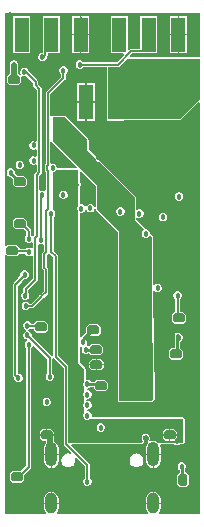
<source format=gbl>
G04*
G04 #@! TF.GenerationSoftware,Altium Limited,Altium Designer,24.6.1 (21)*
G04*
G04 Layer_Physical_Order=4*
G04 Layer_Color=16711680*
%FSLAX25Y25*%
%MOIN*%
G70*
G04*
G04 #@! TF.SameCoordinates,1986151C-97A1-4A67-A93D-4D8E7053BCD9*
G04*
G04*
G04 #@! TF.FilePolarity,Positive*
G04*
G01*
G75*
%ADD11C,0.01000*%
G04:AMPARAMS|DCode=68|XSize=30mil|YSize=40mil|CornerRadius=0mil|HoleSize=0mil|Usage=FLASHONLY|Rotation=180.000|XOffset=0mil|YOffset=0mil|HoleType=Round|Shape=Octagon|*
%AMOCTAGOND68*
4,1,8,0.00750,-0.02000,-0.00750,-0.02000,-0.01500,-0.01250,-0.01500,0.01250,-0.00750,0.02000,0.00750,0.02000,0.01500,0.01250,0.01500,-0.01250,0.00750,-0.02000,0.0*
%
%ADD68OCTAGOND68*%

%ADD70C,0.00800*%
%ADD72C,0.02000*%
%ADD73O,0.03937X0.08268*%
%ADD74O,0.03937X0.07087*%
%ADD75C,0.01800*%
%ADD76C,0.01772*%
G04:AMPARAMS|DCode=77|XSize=30mil|YSize=40mil|CornerRadius=0mil|HoleSize=0mil|Usage=FLASHONLY|Rotation=90.000|XOffset=0mil|YOffset=0mil|HoleType=Round|Shape=Octagon|*
%AMOCTAGOND77*
4,1,8,-0.02000,-0.00750,-0.02000,0.00750,-0.01250,0.01500,0.01250,0.01500,0.02000,0.00750,0.02000,-0.00750,0.01250,-0.01500,-0.01250,-0.01500,-0.02000,-0.00750,0.0*
%
%ADD77OCTAGOND77*%

%ADD78R,0.04921X0.11811*%
G36*
X77410Y169433D02*
X54395D01*
X54203Y169895D01*
X54987Y170679D01*
X58439D01*
X58439Y170679D01*
X58518Y170694D01*
X63361D01*
Y183306D01*
X57639D01*
Y172310D01*
X54650D01*
X54650Y172310D01*
X54337Y172248D01*
X54073Y172071D01*
X54073Y172071D01*
X53980Y171979D01*
X53518Y172170D01*
Y183306D01*
X47797D01*
Y170694D01*
X52043D01*
X52234Y170232D01*
X49817Y167816D01*
X38664D01*
X38293Y168187D01*
X37778Y168400D01*
X37222D01*
X36707Y168187D01*
X36313Y167793D01*
X36100Y167279D01*
Y166721D01*
X36313Y166207D01*
X36707Y165813D01*
X37222Y165600D01*
X37778D01*
X38293Y165813D01*
X38664Y166184D01*
X46567D01*
Y160805D01*
X46561D01*
Y148195D01*
X52282D01*
Y148567D01*
X71000D01*
X71306Y148694D01*
X76948Y154335D01*
X77410Y154144D01*
Y17019D01*
X63953D01*
X63784Y17519D01*
X64239Y18200D01*
X64423Y19124D01*
Y20499D01*
X59593D01*
Y19124D01*
X59777Y18200D01*
X60232Y17519D01*
X60063Y17019D01*
X29937D01*
X29768Y17519D01*
X30223Y18200D01*
X30407Y19124D01*
Y20499D01*
X25577D01*
Y19124D01*
X25761Y18200D01*
X26216Y17519D01*
X26047Y17019D01*
X12519D01*
Y103423D01*
X13020Y103630D01*
X13550Y103100D01*
X16450D01*
X17258Y103908D01*
X19230D01*
X19313Y103707D01*
X19707Y103313D01*
X20222Y103100D01*
X20778D01*
X21293Y103313D01*
X21300Y103320D01*
X21800Y103113D01*
Y95584D01*
X18892Y92677D01*
X18715Y92412D01*
X18653Y92100D01*
X18653Y92100D01*
Y91247D01*
X18509Y91187D01*
X18115Y90793D01*
X17902Y90279D01*
Y89722D01*
X18115Y89207D01*
X18509Y88813D01*
X19024Y88600D01*
X19581D01*
X20095Y88813D01*
X20489Y89207D01*
X20702Y89722D01*
Y90279D01*
X20489Y90793D01*
X20285Y90997D01*
Y91762D01*
X23192Y94670D01*
X23369Y94934D01*
X23431Y95247D01*
X23431Y95247D01*
Y106935D01*
X23931Y107220D01*
X24221Y107100D01*
X24779D01*
X25069Y107220D01*
X25569Y106935D01*
Y104951D01*
X25123Y104506D01*
X24946Y104241D01*
X24884Y103929D01*
X24884Y103929D01*
Y99261D01*
X24884Y99261D01*
X24946Y98949D01*
X25123Y98685D01*
X25400Y98408D01*
Y91554D01*
X24125Y90279D01*
X23949Y90014D01*
X23946Y90000D01*
X21261Y87316D01*
X20664D01*
X20293Y87687D01*
X19779Y87900D01*
X19221D01*
X18707Y87687D01*
X18313Y87293D01*
X18100Y86778D01*
Y86221D01*
X18313Y85707D01*
X18707Y85313D01*
X19221Y85100D01*
X19779D01*
X20293Y85313D01*
X20664Y85684D01*
X21599D01*
X21599Y85684D01*
X21911Y85746D01*
X22176Y85923D01*
X25279Y89026D01*
X25279Y89026D01*
X25456Y89291D01*
X25458Y89305D01*
X26792Y90639D01*
X26792Y90639D01*
X26969Y90904D01*
X27031Y91216D01*
X27031Y91216D01*
Y98746D01*
X27031Y98746D01*
X26969Y99058D01*
X26792Y99322D01*
X26516Y99599D01*
Y103591D01*
X26847Y103923D01*
X27249Y103967D01*
X27480Y103912D01*
X28684Y102708D01*
Y69784D01*
X28184Y69686D01*
X28077Y69847D01*
X28077Y69847D01*
X21400Y76524D01*
Y77048D01*
X21187Y77563D01*
X20793Y77957D01*
X20363Y78135D01*
X20356Y78176D01*
Y78594D01*
X20363Y78635D01*
X20793Y78813D01*
X20941Y78961D01*
X22100D01*
Y78550D01*
X23050Y77600D01*
X25950D01*
X26900Y78550D01*
Y80450D01*
X25950Y81400D01*
X23050D01*
X22242Y80592D01*
X21270D01*
X21187Y80793D01*
X20793Y81187D01*
X20279Y81400D01*
X19722D01*
X19207Y81187D01*
X18813Y80793D01*
X18600Y80278D01*
Y79721D01*
X18813Y79207D01*
X19207Y78813D01*
X19637Y78635D01*
X19644Y78594D01*
Y78176D01*
X19637Y78135D01*
X19207Y77957D01*
X18813Y77563D01*
X18600Y77048D01*
Y76491D01*
X18813Y75977D01*
X19207Y75583D01*
X19722Y75370D01*
X19755D01*
X19818Y75274D01*
X19707Y74687D01*
X19313Y74293D01*
X19100Y73778D01*
Y73221D01*
X19313Y72707D01*
X19684Y72336D01*
Y33338D01*
X17747Y31400D01*
X15050D01*
X14100Y30450D01*
Y28550D01*
X15050Y27600D01*
X17950D01*
X18900Y28550D01*
Y30246D01*
X21077Y32423D01*
X21254Y32688D01*
X21316Y33000D01*
X21316Y33000D01*
Y72336D01*
X21687Y72707D01*
X21838Y73071D01*
X22362Y73255D01*
X26684Y68932D01*
Y64164D01*
X26313Y63793D01*
X26100Y63279D01*
Y62722D01*
X26313Y62207D01*
X26707Y61813D01*
X27222Y61600D01*
X27779D01*
X28293Y61813D01*
X28687Y62207D01*
X28900Y62722D01*
Y63279D01*
X28687Y63793D01*
X28316Y64164D01*
Y68985D01*
X28816Y69084D01*
X28923Y68923D01*
X32069Y65778D01*
Y40616D01*
X32069Y40616D01*
X32131Y40304D01*
X32307Y40039D01*
X34686Y37660D01*
X34403Y37236D01*
X34267Y37293D01*
X33877Y37370D01*
X33368Y37370D01*
X32978Y37293D01*
X32507Y37098D01*
X32177Y36877D01*
X31817Y36517D01*
X31596Y36187D01*
X31401Y35716D01*
X31323Y35326D01*
X31323Y35072D01*
X31323Y34817D01*
X31400Y34427D01*
X31595Y33957D01*
X31816Y33626D01*
X32176Y33266D01*
X32507Y33045D01*
X32977Y32850D01*
X33367Y32772D01*
X33876Y32772D01*
X34266Y32850D01*
X34736Y33044D01*
X35067Y33265D01*
X35427Y33625D01*
X35649Y33956D01*
X35843Y34426D01*
X35921Y34816D01*
X35921Y35071D01*
X35921Y35325D01*
X35844Y35715D01*
X35787Y35852D01*
X36211Y36136D01*
X39184Y33162D01*
Y29164D01*
X38813Y28793D01*
X38600Y28278D01*
Y27722D01*
X38813Y27207D01*
X39207Y26813D01*
X39722Y26600D01*
X40279D01*
X40793Y26813D01*
X41187Y27207D01*
X41400Y27722D01*
Y28278D01*
X41187Y28793D01*
X40816Y29164D01*
Y33500D01*
X40816Y33500D01*
X40754Y33812D01*
X40577Y34077D01*
X34548Y40105D01*
X34740Y40567D01*
X58313D01*
X58393Y40600D01*
X58479D01*
X58540Y40661D01*
X58619Y40694D01*
X58652Y40773D01*
X58713Y40834D01*
X58920Y41334D01*
Y41420D01*
X58953Y41500D01*
X58920Y41580D01*
Y41666D01*
X58859Y41727D01*
X58826Y41806D01*
X58680Y41952D01*
X58533Y42308D01*
Y42692D01*
X58680Y43048D01*
X58952Y43320D01*
X59308Y43467D01*
X59692D01*
X60048Y43320D01*
X60320Y43048D01*
X60467Y42692D01*
Y42308D01*
X60323Y41959D01*
Y41899D01*
X60293Y41846D01*
X60323Y41739D01*
Y41628D01*
X60366Y41585D01*
X60382Y41526D01*
X60300Y40910D01*
X59777Y40126D01*
X59593Y39202D01*
Y37237D01*
X64423D01*
Y39202D01*
X64251Y40067D01*
X64300Y40240D01*
X64475Y40567D01*
X68953D01*
X69207Y40313D01*
X69722Y40100D01*
X70279D01*
X70793Y40313D01*
X71047Y40567D01*
X72000D01*
X72306Y40694D01*
X72433Y41000D01*
Y49000D01*
X72306Y49306D01*
X72000Y49433D01*
X41593D01*
X41400Y49722D01*
Y50279D01*
X41187Y50793D01*
X40793Y51187D01*
X40279Y51400D01*
X39722D01*
X39614Y51472D01*
Y51645D01*
X40084Y52100D01*
X40279D01*
X40793Y52313D01*
X41187Y52707D01*
X41400Y53221D01*
Y53778D01*
X41187Y54293D01*
X40793Y54687D01*
X40279Y54900D01*
X39722D01*
X39614Y54972D01*
Y55145D01*
X40084Y55600D01*
X40279D01*
X40793Y55813D01*
X41187Y56207D01*
X41400Y56722D01*
Y57279D01*
X41187Y57793D01*
X40793Y58187D01*
X40279Y58400D01*
X39722D01*
X39614Y58472D01*
Y58645D01*
X40084Y59100D01*
X40279D01*
X40793Y59313D01*
X40909Y59429D01*
X42100D01*
Y59050D01*
X43050Y58100D01*
X45950D01*
X46900Y59050D01*
Y60950D01*
X45950Y61900D01*
X43050D01*
X42415Y61265D01*
X41199D01*
X41187Y61293D01*
X40793Y61687D01*
X40279Y61900D01*
X39722D01*
X39433Y62093D01*
Y65500D01*
X39306Y65806D01*
X37433Y67679D01*
Y72924D01*
X37844Y73150D01*
X38227Y72845D01*
X38233Y72600D01*
X38100Y72278D01*
Y71722D01*
X38313Y71207D01*
X38707Y70813D01*
X39222Y70600D01*
X39779D01*
X40293Y70813D01*
X40440Y70960D01*
X41300Y70100D01*
X44200D01*
X45150Y71050D01*
Y72950D01*
X44200Y73900D01*
X41300D01*
X40440Y73040D01*
X40293Y73187D01*
X39997Y73310D01*
X39774Y73595D01*
X39767Y73900D01*
X39900Y74221D01*
Y74778D01*
X39687Y75293D01*
X39639Y75341D01*
X40898Y76600D01*
X43450D01*
X44400Y77550D01*
Y79450D01*
X43450Y80400D01*
X40550D01*
X39600Y79450D01*
Y77898D01*
X38004Y76302D01*
X37933Y76195D01*
X37433Y76347D01*
Y117407D01*
X37721Y117600D01*
X38278D01*
X38793Y117813D01*
X39187Y118207D01*
X39243Y118342D01*
X39784D01*
X39795Y118315D01*
X40189Y117922D01*
X40704Y117709D01*
X41261D01*
X41775Y117922D01*
X42169Y118315D01*
X42333Y118711D01*
X42567Y118730D01*
X42844Y118685D01*
X42944Y118444D01*
X50067Y111321D01*
Y55000D01*
X50194Y54694D01*
X50500Y54567D01*
X61644D01*
X61646Y54568D01*
X61647Y54567D01*
X61799Y54631D01*
X61950Y54694D01*
X61951Y54695D01*
X61952Y54696D01*
X62304Y55052D01*
X62304Y55053D01*
X62305Y55054D01*
X62366Y55206D01*
X62428Y55359D01*
X62428Y55360D01*
X62428Y55362D01*
X61954Y91366D01*
X62452Y91568D01*
X62707Y91313D01*
X63222Y91100D01*
X63779D01*
X64293Y91313D01*
X64687Y91707D01*
X64900Y92221D01*
Y92778D01*
X64687Y93293D01*
X64293Y93687D01*
X63779Y93900D01*
X63222D01*
X62707Y93687D01*
X62433Y93413D01*
X61933Y93582D01*
Y109500D01*
X61806Y109806D01*
X61402Y110210D01*
X61361Y110227D01*
X61336Y110264D01*
X61213Y110289D01*
X61096Y110337D01*
X60909Y110775D01*
X60900Y110816D01*
Y110894D01*
X60687Y111409D01*
X60293Y111803D01*
X59778Y112016D01*
X59701D01*
X59659Y112025D01*
X59221Y112212D01*
X59173Y112328D01*
X59148Y112452D01*
X59111Y112477D01*
X59095Y112518D01*
X56216Y115396D01*
X56261Y115849D01*
X56694Y116081D01*
X57054Y115932D01*
X57611D01*
X58125Y116146D01*
X58519Y116539D01*
X58732Y117054D01*
Y117611D01*
X58519Y118125D01*
X58125Y118519D01*
X57611Y118732D01*
X57054D01*
X56675Y118575D01*
X56175Y118808D01*
Y122758D01*
X56048Y123064D01*
X44190Y134922D01*
X43884Y135049D01*
X43808D01*
X43452Y135196D01*
X43180Y135468D01*
X43033Y135823D01*
Y135900D01*
X42906Y136206D01*
X40433Y138679D01*
Y142000D01*
X40306Y142306D01*
X32806Y149806D01*
X32500Y149933D01*
X28500D01*
X28194Y149806D01*
X27700Y149920D01*
Y157046D01*
X32577Y161923D01*
X32577Y161923D01*
X32754Y162188D01*
X32816Y162500D01*
Y163836D01*
X33187Y164207D01*
X33400Y164722D01*
Y165278D01*
X33187Y165793D01*
X32793Y166187D01*
X32278Y166400D01*
X31721D01*
X31207Y166187D01*
X30813Y165793D01*
X30600Y165278D01*
Y164722D01*
X30813Y164207D01*
X31184Y163836D01*
Y162838D01*
X26307Y157961D01*
X26131Y157696D01*
X26069Y157384D01*
X26069Y157384D01*
Y133887D01*
X26039Y133857D01*
X25862Y133593D01*
X25800Y133281D01*
X25800Y133280D01*
Y131720D01*
X25800Y131720D01*
X25862Y131407D01*
X26039Y131143D01*
X26069Y131113D01*
Y125065D01*
X25569Y124780D01*
X25278Y124900D01*
X24722D01*
X24431Y124780D01*
X23931Y125065D01*
Y129840D01*
X24577Y130486D01*
X24577Y130486D01*
X24754Y130750D01*
X24816Y131063D01*
X24816Y131063D01*
Y159001D01*
X24816Y159001D01*
X24754Y159313D01*
X24577Y159578D01*
X24577Y159578D01*
X23616Y160539D01*
Y161200D01*
X23554Y161512D01*
X23377Y161777D01*
X23377Y161777D01*
X20400Y164753D01*
Y164778D01*
X20187Y165293D01*
X19793Y165687D01*
X19278Y165900D01*
X18722D01*
X18207Y165687D01*
X17813Y165293D01*
X17600Y164778D01*
Y164222D01*
X17813Y163707D01*
X17433Y163417D01*
X16950Y163900D01*
X16927D01*
Y167000D01*
X16900Y167138D01*
Y167279D01*
X16846Y167408D01*
X16819Y167546D01*
X16741Y167663D01*
X16687Y167793D01*
X16588Y167892D01*
X16509Y168009D01*
X16392Y168087D01*
X16293Y168187D01*
X16163Y168241D01*
X16046Y168319D01*
X15908Y168346D01*
X15778Y168400D01*
X15638D01*
X15500Y168427D01*
X15362Y168400D01*
X15222D01*
X15092Y168346D01*
X14954Y168319D01*
X14837Y168241D01*
X14707Y168187D01*
X14608Y168087D01*
X14491Y168009D01*
X14412Y167892D01*
X14313Y167793D01*
X14259Y167663D01*
X14181Y167546D01*
X14154Y167408D01*
X14100Y167279D01*
Y167138D01*
X14073Y167000D01*
Y163900D01*
X14050D01*
X13100Y162950D01*
Y161050D01*
X14050Y160100D01*
X16950D01*
X17900Y161050D01*
Y162940D01*
X18207Y163313D01*
X18722Y163100D01*
X19278D01*
X19609Y163237D01*
X21984Y160862D01*
Y160201D01*
X21984Y160201D01*
X22046Y159889D01*
X22223Y159624D01*
X23184Y158663D01*
Y141596D01*
X22684Y141311D01*
X22394Y141431D01*
X21837D01*
X21323Y141218D01*
X20929Y140824D01*
X20716Y140310D01*
Y139753D01*
X20929Y139238D01*
X21323Y138845D01*
X21837Y138631D01*
X22394D01*
X22684Y138751D01*
X23184Y138467D01*
Y136565D01*
X22684Y136280D01*
X22394Y136400D01*
X21837D01*
X21323Y136187D01*
X20929Y135793D01*
X20716Y135278D01*
Y134722D01*
X20929Y134207D01*
X21323Y133813D01*
X21837Y133600D01*
X22394D01*
X22684Y133720D01*
X23184Y133435D01*
Y131400D01*
X22539Y130755D01*
X22362Y130491D01*
X22300Y130178D01*
X22300Y130178D01*
Y110208D01*
X21901Y109875D01*
X21486Y109930D01*
X21316Y110100D01*
Y111500D01*
X21254Y111812D01*
X21077Y112077D01*
X21077Y112077D01*
X19900Y113253D01*
Y114950D01*
X18950Y115900D01*
X16050D01*
X15100Y114950D01*
Y113050D01*
X16050Y112100D01*
X18746D01*
X19684Y111162D01*
Y110100D01*
X19313Y109729D01*
X19100Y109214D01*
Y108657D01*
X19313Y108142D01*
X19707Y107749D01*
X20222Y107536D01*
X20778D01*
X21293Y107749D01*
X21300Y107756D01*
X21800Y107549D01*
Y105887D01*
X21300Y105680D01*
X21293Y105687D01*
X20778Y105900D01*
X20222D01*
X19707Y105687D01*
X19559Y105539D01*
X17400D01*
Y105950D01*
X16450Y106900D01*
X13550D01*
X13020Y106369D01*
X12519Y106577D01*
Y184272D01*
X77410D01*
Y169433D01*
D02*
G37*
G36*
Y155410D02*
X71000Y149000D01*
X47000D01*
Y166184D01*
X50155D01*
X50155Y166184D01*
X50467Y166246D01*
X50732Y166423D01*
X53308Y169000D01*
X77410D01*
Y155410D01*
D02*
G37*
G36*
X36493Y132895D02*
X36301Y132433D01*
X29900D01*
Y132779D01*
X29687Y133293D01*
X29293Y133687D01*
X28778Y133900D01*
X28221D01*
X28200Y133891D01*
X27700Y134225D01*
Y141080D01*
X28165Y141187D01*
X28200Y141188D01*
X36493Y132895D01*
D02*
G37*
G36*
X42817Y126571D02*
Y119644D01*
X42317Y119544D01*
X42169Y119902D01*
X41775Y120295D01*
X41261Y120509D01*
X40704D01*
X40189Y120295D01*
X39795Y119902D01*
X39739Y119766D01*
X39198D01*
X39187Y119793D01*
X38793Y120187D01*
X38278Y120400D01*
X37721D01*
X37433Y120593D01*
Y126321D01*
X37806Y126694D01*
X37933Y127000D01*
X37806Y127306D01*
X37433Y127679D01*
Y131301D01*
X37895Y131493D01*
X42817Y126571D01*
D02*
G37*
G36*
X40000Y142000D02*
Y138500D01*
X42600Y135900D01*
Y135737D01*
X42813Y135223D01*
X43207Y134829D01*
X43722Y134616D01*
X43884D01*
X55742Y122758D01*
Y115258D01*
X58788Y112212D01*
X58707Y111803D01*
X58313Y111409D01*
X58100Y110894D01*
Y110337D01*
X58313Y109823D01*
X58707Y109429D01*
X59222Y109216D01*
X59778D01*
X60293Y109429D01*
X60687Y109823D01*
X61096Y109904D01*
X61500Y109500D01*
Y93000D01*
X61995Y55356D01*
X61644Y55000D01*
X50500D01*
Y111500D01*
X43250Y118750D01*
Y126750D01*
X28500Y141500D01*
Y149500D01*
X32500D01*
X40000Y142000D01*
D02*
G37*
G36*
X37000Y127500D02*
X37500Y127000D01*
X37000Y126500D01*
Y119980D01*
X36813Y119793D01*
X36600Y119279D01*
Y118721D01*
X36813Y118207D01*
X37000Y118020D01*
Y67500D01*
X39000Y65500D01*
Y61480D01*
X38813Y61293D01*
X38600Y60778D01*
Y60221D01*
X38813Y59707D01*
X39000Y59520D01*
Y57980D01*
X38813Y57793D01*
X38600Y57279D01*
Y56722D01*
X38813Y56207D01*
X39000Y56020D01*
Y54480D01*
X38813Y54293D01*
X38600Y53778D01*
Y53221D01*
X38813Y52707D01*
X39000Y52520D01*
Y50980D01*
X38813Y50793D01*
X38600Y50279D01*
Y49722D01*
X38813Y49207D01*
X39000Y49020D01*
Y49000D01*
X39020D01*
X39207Y48813D01*
X39722Y48600D01*
X40279D01*
X40793Y48813D01*
X40980Y49000D01*
X72000D01*
Y41000D01*
X63581D01*
X62932Y41433D01*
X62008Y41617D01*
X61084Y41433D01*
X61070Y41424D01*
X60933Y41525D01*
X60723Y41794D01*
X60900Y42222D01*
Y42779D01*
X60687Y43293D01*
X60293Y43687D01*
X59778Y43900D01*
X59222D01*
X58707Y43687D01*
X58313Y43293D01*
X58100Y42779D01*
Y42222D01*
X58313Y41707D01*
X58520Y41500D01*
X58313Y41000D01*
X33700D01*
Y47700D01*
Y66116D01*
X33638Y66428D01*
X33567Y66534D01*
X33461Y66693D01*
X33461Y66693D01*
X30316Y69838D01*
Y103045D01*
X30316Y103046D01*
X30254Y103358D01*
X30077Y103622D01*
X30077Y103622D01*
X28800Y104900D01*
Y116109D01*
X29171Y116481D01*
X29384Y116995D01*
Y117552D01*
X29171Y118067D01*
X28777Y118460D01*
X28500Y118575D01*
Y131100D01*
X28778D01*
X29293Y131313D01*
X29687Y131707D01*
X29808Y132000D01*
X37000D01*
Y127500D01*
D02*
G37*
%LPC*%
G36*
X73203Y183306D02*
X70543D01*
Y177200D01*
X73203D01*
Y183306D01*
D02*
G37*
G36*
X70143D02*
X67482D01*
Y177200D01*
X70143D01*
Y183306D01*
D02*
G37*
G36*
X40703D02*
X38043D01*
Y177200D01*
X40703D01*
Y183306D01*
D02*
G37*
G36*
X37642D02*
X34982D01*
Y177200D01*
X37642D01*
Y183306D01*
D02*
G37*
G36*
X73203Y176800D02*
X70543D01*
Y170694D01*
X73203D01*
Y176800D01*
D02*
G37*
G36*
X70143D02*
X67482D01*
Y170694D01*
X70143D01*
Y176800D01*
D02*
G37*
G36*
X40703D02*
X38043D01*
Y170694D01*
X40703D01*
Y176800D01*
D02*
G37*
G36*
X37642D02*
X34982D01*
Y170694D01*
X37642D01*
Y176800D01*
D02*
G37*
G36*
X21018Y183306D02*
X15297D01*
Y170694D01*
X21018D01*
Y183306D01*
D02*
G37*
G36*
X30861D02*
X25139D01*
Y175018D01*
X25124Y174939D01*
X25124Y174939D01*
Y170900D01*
X24722D01*
X24207Y170687D01*
X23813Y170293D01*
X23600Y169779D01*
Y169221D01*
X23813Y168707D01*
X24207Y168313D01*
X24722Y168100D01*
X25278D01*
X25793Y168313D01*
X26187Y168707D01*
X26400Y169221D01*
Y169563D01*
X26516Y169679D01*
X26516Y169679D01*
X26693Y169943D01*
X26755Y170256D01*
Y170694D01*
X30861D01*
Y183306D01*
D02*
G37*
G36*
X42439Y160805D02*
X39779D01*
Y154700D01*
X42439D01*
Y160805D01*
D02*
G37*
G36*
X39379D02*
X36718D01*
Y154700D01*
X39379D01*
Y160805D01*
D02*
G37*
G36*
X42439Y154300D02*
X39779D01*
Y148195D01*
X42439D01*
Y154300D01*
D02*
G37*
G36*
X39379D02*
X36718D01*
Y148195D01*
X39379D01*
Y154300D01*
D02*
G37*
G36*
X17778Y134900D02*
X17221D01*
X16707Y134687D01*
X16313Y134293D01*
X16100Y133779D01*
Y133221D01*
X16313Y132707D01*
X16707Y132313D01*
X17221Y132100D01*
X17778D01*
X18293Y132313D01*
X18687Y132707D01*
X18900Y133221D01*
Y133779D01*
X18687Y134293D01*
X18293Y134687D01*
X17778Y134900D01*
D02*
G37*
G36*
X14778Y132400D02*
X14221D01*
X13707Y132187D01*
X13313Y131793D01*
X13100Y131279D01*
Y130721D01*
X13313Y130207D01*
X13707Y129813D01*
X14221Y129600D01*
X14352D01*
X15100Y128852D01*
Y127050D01*
X16050Y126100D01*
X18950D01*
X19900Y127050D01*
Y128950D01*
X18950Y129900D01*
X16648D01*
X15878Y130669D01*
X15900Y130721D01*
Y131279D01*
X15687Y131793D01*
X15293Y132187D01*
X14778Y132400D01*
D02*
G37*
G36*
X70845Y124400D02*
X70288D01*
X69774Y124187D01*
X69380Y123793D01*
X69167Y123278D01*
Y122722D01*
X69380Y122207D01*
X69774Y121813D01*
X70288Y121600D01*
X70845D01*
X71360Y121813D01*
X71754Y122207D01*
X71967Y122722D01*
Y123278D01*
X71754Y123793D01*
X71360Y124187D01*
X70845Y124400D01*
D02*
G37*
G36*
X65521Y117581D02*
X64964D01*
X64450Y117368D01*
X64056Y116974D01*
X63843Y116459D01*
Y115902D01*
X64056Y115388D01*
X64450Y114994D01*
X64964Y114781D01*
X65521D01*
X66036Y114994D01*
X66430Y115388D01*
X66643Y115902D01*
Y116459D01*
X66430Y116974D01*
X66036Y117368D01*
X65521Y117581D01*
D02*
G37*
G36*
X70345Y91400D02*
X69788D01*
X69274Y91187D01*
X68880Y90793D01*
X68667Y90279D01*
Y89722D01*
X68880Y89207D01*
X69251Y88836D01*
Y84400D01*
X69050D01*
X68100Y83450D01*
Y81550D01*
X69050Y80600D01*
X71950D01*
X72900Y81550D01*
Y83450D01*
X71950Y84400D01*
X70883D01*
Y88836D01*
X71254Y89207D01*
X71467Y89722D01*
Y90279D01*
X71254Y90793D01*
X70860Y91187D01*
X70345Y91400D01*
D02*
G37*
G36*
X70000Y77680D02*
X69649Y77610D01*
X69351Y77411D01*
X69152Y77113D01*
X69082Y76762D01*
Y72400D01*
X68050D01*
X67100Y71450D01*
Y69550D01*
X68050Y68600D01*
X70950D01*
X71900Y69550D01*
Y71450D01*
X70950Y72400D01*
X70918D01*
Y74658D01*
X71293Y74813D01*
X71687Y75207D01*
X71900Y75722D01*
Y76279D01*
X71687Y76793D01*
X71293Y77187D01*
X70779Y77400D01*
X70660D01*
X70649Y77411D01*
X70351Y77610D01*
X70000Y77680D01*
D02*
G37*
G36*
X44450Y68900D02*
X43200D01*
Y67200D01*
X45400D01*
Y67950D01*
X44450Y68900D01*
D02*
G37*
G36*
X42800D02*
X41550D01*
X40600Y67950D01*
Y67200D01*
X42800D01*
Y68900D01*
D02*
G37*
G36*
X45400Y66800D02*
X43200D01*
Y65100D01*
X44450D01*
X45400Y66050D01*
Y66800D01*
D02*
G37*
G36*
X42800D02*
X40600D01*
Y66050D01*
X41550Y65100D01*
X42800D01*
Y66800D01*
D02*
G37*
G36*
X19406Y98343D02*
X18849D01*
X18334Y98130D01*
X17940Y97736D01*
X17727Y97222D01*
Y96697D01*
X16941Y95910D01*
X16764Y95646D01*
X16707Y95361D01*
X15423Y94077D01*
X15246Y93812D01*
X15184Y93500D01*
X15184Y93500D01*
Y63553D01*
X15184Y63553D01*
X15246Y63241D01*
X15423Y62976D01*
X15606Y62793D01*
X15600Y62779D01*
Y62221D01*
X15813Y61707D01*
X16207Y61313D01*
X16722Y61100D01*
X17278D01*
X17793Y61313D01*
X18187Y61707D01*
X18400Y62221D01*
Y62779D01*
X18187Y63293D01*
X17793Y63687D01*
X17278Y63900D01*
X16816D01*
Y93162D01*
X18094Y94441D01*
X18094Y94441D01*
X18271Y94705D01*
X18328Y94990D01*
X18881Y95543D01*
X19406D01*
X19920Y95756D01*
X20314Y96150D01*
X20527Y96665D01*
Y97222D01*
X20314Y97736D01*
X19920Y98130D01*
X19406Y98343D01*
D02*
G37*
G36*
X26779Y55900D02*
X26221D01*
X25707Y55687D01*
X25313Y55293D01*
X25100Y54778D01*
Y54221D01*
X25313Y53707D01*
X25707Y53313D01*
X26221Y53100D01*
X26779D01*
X27293Y53313D01*
X27687Y53707D01*
X27900Y54221D01*
Y54778D01*
X27687Y55293D01*
X27293Y55687D01*
X26779Y55900D01*
D02*
G37*
G36*
X27950Y45400D02*
X26700D01*
Y43700D01*
X28900D01*
Y44450D01*
X27950Y45400D01*
D02*
G37*
G36*
X26300D02*
X25050D01*
X24100Y44450D01*
Y43700D01*
X26300D01*
Y45400D01*
D02*
G37*
G36*
X28914Y43300D02*
X26500D01*
X24100D01*
Y42550D01*
X25050Y41600D01*
X26194D01*
Y40775D01*
X25761Y40126D01*
X25577Y39202D01*
Y37237D01*
X30407D01*
Y39202D01*
X30223Y40126D01*
X29700Y40910D01*
X29049Y41345D01*
Y42714D01*
X29049Y42714D01*
X28940Y43261D01*
X28914Y43300D01*
D02*
G37*
G36*
X56124Y37370D02*
X55734Y37293D01*
X55263Y37098D01*
X54933Y36877D01*
X54573Y36517D01*
X54352Y36187D01*
X54157Y35716D01*
X54079Y35326D01*
X54079Y35072D01*
X54079Y34817D01*
X54156Y34427D01*
X54351Y33957D01*
X54572Y33626D01*
X54932Y33266D01*
X55263Y33045D01*
X55733Y32850D01*
X56123Y32772D01*
X56632Y32772D01*
X57022Y32850D01*
X57493Y33044D01*
X57823Y33265D01*
X58183Y33625D01*
X58404Y33956D01*
X58599Y34426D01*
X58677Y34816D01*
X58677Y35071D01*
X58677Y35325D01*
X58600Y35715D01*
X58405Y36186D01*
X58184Y36517D01*
X57824Y36877D01*
X57493Y37098D01*
X57023Y37293D01*
X56633Y37370D01*
X56124Y37370D01*
D02*
G37*
G36*
X64423Y36837D02*
X62208D01*
Y32497D01*
X62932Y32641D01*
X63716Y33164D01*
X64239Y33948D01*
X64423Y34872D01*
Y36837D01*
D02*
G37*
G36*
X61808D02*
X59593D01*
Y34872D01*
X59777Y33948D01*
X60300Y33164D01*
X61084Y32641D01*
X61808Y32497D01*
Y36837D01*
D02*
G37*
G36*
X30407D02*
X28192D01*
Y32497D01*
X28916Y32641D01*
X29700Y33164D01*
X30223Y33948D01*
X30407Y34872D01*
Y36837D01*
D02*
G37*
G36*
X27792D02*
X25577D01*
Y34872D01*
X25761Y33948D01*
X26284Y33164D01*
X27068Y32641D01*
X27792Y32497D01*
Y36837D01*
D02*
G37*
G36*
X71779Y34400D02*
X71222D01*
X70707Y34187D01*
X70313Y33793D01*
X70100Y33279D01*
Y32721D01*
X70313Y32207D01*
X70707Y31813D01*
X70754Y31794D01*
Y30918D01*
X69943Y30107D01*
Y27207D01*
X70893Y26257D01*
X72793D01*
X73743Y27207D01*
Y30107D01*
X72793Y31057D01*
X72589D01*
Y32109D01*
X72687Y32207D01*
X72900Y32721D01*
Y33279D01*
X72687Y33793D01*
X72293Y34187D01*
X71779Y34400D01*
D02*
G37*
G36*
X62208Y24649D02*
Y20899D01*
X64423D01*
Y22274D01*
X64239Y23198D01*
X63716Y23981D01*
X62932Y24505D01*
X62208Y24649D01*
D02*
G37*
G36*
X61808D02*
X61084Y24505D01*
X60300Y23981D01*
X59777Y23198D01*
X59593Y22274D01*
Y20899D01*
X61808D01*
Y24649D01*
D02*
G37*
G36*
X28192D02*
Y20899D01*
X30407D01*
Y22274D01*
X30223Y23198D01*
X29700Y23981D01*
X28916Y24505D01*
X28192Y24649D01*
D02*
G37*
G36*
X27792D02*
X27068Y24505D01*
X26284Y23981D01*
X25761Y23198D01*
X25577Y22274D01*
Y20899D01*
X27792D01*
Y24649D01*
D02*
G37*
G36*
X51279Y119400D02*
X50722D01*
X50207Y119187D01*
X49813Y118793D01*
X49600Y118279D01*
Y117721D01*
X49813Y117207D01*
X50207Y116813D01*
X50722Y116600D01*
X51279D01*
X51793Y116813D01*
X52187Y117207D01*
X52400Y117721D01*
Y118279D01*
X52187Y118793D01*
X51793Y119187D01*
X51279Y119400D01*
D02*
G37*
G36*
X32318Y124939D02*
X31760D01*
X31246Y124726D01*
X30852Y124332D01*
X30639Y123818D01*
Y123260D01*
X30852Y122746D01*
X31246Y122352D01*
X31760Y122139D01*
X32318D01*
X32832Y122352D01*
X33226Y122746D01*
X33439Y123260D01*
Y123818D01*
X33226Y124332D01*
X32832Y124726D01*
X32318Y124939D01*
D02*
G37*
G36*
X44778Y47379D02*
X44221D01*
X43707Y47166D01*
X43313Y46772D01*
X43100Y46257D01*
Y45700D01*
X43313Y45186D01*
X43707Y44792D01*
X44221Y44579D01*
X44778D01*
X45293Y44792D01*
X45687Y45186D01*
X45900Y45700D01*
Y46257D01*
X45687Y46772D01*
X45293Y47166D01*
X44778Y47379D01*
D02*
G37*
G36*
X68950Y45400D02*
X67700D01*
Y43700D01*
X69900D01*
Y44450D01*
X68950Y45400D01*
D02*
G37*
G36*
X67300D02*
X66050D01*
X65100Y44450D01*
Y43700D01*
X67300D01*
Y45400D01*
D02*
G37*
G36*
X69900Y43300D02*
X67700D01*
Y41600D01*
X68950D01*
X69900Y42550D01*
Y43300D01*
D02*
G37*
G36*
X67300D02*
X65100D01*
Y42550D01*
X66050Y41600D01*
X67300D01*
Y43300D01*
D02*
G37*
%LPD*%
D11*
X14500Y130750D02*
Y131000D01*
X17250Y128000D02*
X17500D01*
X14500Y130750D02*
X17250Y128000D01*
X38653Y75653D02*
X41500Y78500D01*
X38500Y74500D02*
X38653Y74653D01*
X41500Y78500D02*
X42000D01*
X38653Y74653D02*
Y75653D01*
X39500Y72000D02*
X42750D01*
X40153Y60347D02*
X44153D01*
X44500Y60000D01*
X40000Y60500D02*
X40153Y60347D01*
X70000Y71000D02*
Y76762D01*
X71671Y28829D02*
X71843Y28657D01*
X71671Y28829D02*
Y32829D01*
X71500Y33000D02*
X71671Y32829D01*
X70000Y76762D02*
X70500Y76262D01*
Y76000D02*
Y76262D01*
D68*
X71843Y28657D02*
D03*
D70*
X22800Y160201D02*
X24000Y159001D01*
Y131063D02*
Y159001D01*
X23116Y130178D02*
X24000Y131063D01*
X26884Y157384D02*
X32000Y162500D01*
X26884Y133549D02*
Y157384D01*
X24500Y108500D02*
Y122684D01*
X25000Y123184D01*
Y123500D01*
X27500Y63000D02*
Y69270D01*
X20000Y76770D02*
X27500Y69270D01*
X40000Y28000D02*
Y33500D01*
X32884Y40616D02*
X40000Y33500D01*
X32884Y40616D02*
Y66116D01*
X29500Y69500D02*
X32884Y66116D01*
X29500Y69500D02*
Y103046D01*
X27984Y104562D02*
X29500Y103046D01*
X27984Y104562D02*
Y117273D01*
X24702Y89702D02*
X26216Y91216D01*
Y98746D01*
X22616Y95247D02*
Y109281D01*
X26384Y104613D02*
Y111216D01*
X26184Y111416D02*
Y118019D01*
X22616Y109281D02*
X23116Y109781D01*
X26184Y111416D02*
X26384Y111216D01*
X23116Y109781D02*
Y130178D01*
X26616Y133281D02*
X26884Y133549D01*
Y118719D02*
Y131451D01*
X26616Y131720D02*
Y133281D01*
Y131720D02*
X26884Y131451D01*
X25700Y99261D02*
Y103929D01*
X26384Y104613D01*
X26184Y118019D02*
X26884Y118719D01*
X19469Y92100D02*
X22616Y95247D01*
X25700Y99261D02*
X26216Y98746D01*
X16000Y93500D02*
X17517Y95017D01*
Y95334D01*
X19127Y96943D01*
X18000Y114000D02*
X20500Y111500D01*
Y108935D02*
Y111500D01*
X17500Y114000D02*
X18000D01*
X54650Y171494D02*
X58439D01*
X50155Y167000D02*
X54650Y171494D01*
X60500Y173555D02*
Y177000D01*
X58439Y171494D02*
X60500Y173555D01*
X37500Y167000D02*
X50155D01*
X19500Y86500D02*
X21599D01*
X24702Y89603D01*
Y89702D01*
X19302Y90000D02*
X19469Y90167D01*
Y92100D01*
X20276Y104724D02*
X20500Y104500D01*
X32000Y162500D02*
Y165000D01*
X20248Y108935D02*
X20500D01*
X22800Y160201D02*
Y161200D01*
X70067Y82933D02*
X70500Y82500D01*
X70067Y82933D02*
Y90000D01*
X70500Y82500D02*
X70567Y82433D01*
X25939Y174939D02*
X28000Y177000D01*
X25500Y169816D02*
X25939Y170256D01*
X25500Y169500D02*
Y169816D01*
X25939Y170256D02*
Y174939D01*
X19500Y164500D02*
X22800Y161200D01*
X17000Y62500D02*
Y62553D01*
X16000Y63553D02*
Y93500D01*
Y63553D02*
X17000Y62553D01*
X17500Y30000D02*
X20500Y33000D01*
Y73500D01*
X17000Y30000D02*
X17500D01*
X20224Y79776D02*
X24224D01*
X24500Y79500D01*
X20000Y80000D02*
X20224Y79776D01*
X15276Y104724D02*
X20276D01*
X15000Y105000D02*
X15276Y104724D01*
D72*
X15500Y162000D02*
Y167000D01*
X27621Y36908D02*
Y42714D01*
X26836Y43500D02*
X27621Y42714D01*
Y36908D02*
X27992Y36537D01*
X26500Y43500D02*
X26836D01*
D73*
X27992Y37037D02*
D03*
X62008D02*
D03*
D74*
X27992Y20699D02*
D03*
X62008D02*
D03*
D75*
X48500Y71500D02*
D03*
X51000Y118000D02*
D03*
X32039Y123539D02*
D03*
X14500Y131000D02*
D03*
X22116Y140031D02*
D03*
Y135000D02*
D03*
X14500Y156000D02*
D03*
X38500Y74500D02*
D03*
X44500Y45979D02*
D03*
X15500Y167000D02*
D03*
X57332Y117332D02*
D03*
X59500Y110616D02*
D03*
X17500Y133500D02*
D03*
X35551Y42448D02*
D03*
X70000Y41500D02*
D03*
X38000Y119000D02*
D03*
X40982Y119109D02*
D03*
X40000Y28000D02*
D03*
X24500Y108500D02*
D03*
X63125Y88208D02*
D03*
X63500Y92500D02*
D03*
X28500Y132500D02*
D03*
X24416Y98000D02*
D03*
X19127Y96943D02*
D03*
X30793Y135255D02*
D03*
X26500Y54500D02*
D03*
X40000Y50000D02*
D03*
Y53500D02*
D03*
Y57000D02*
D03*
Y60500D02*
D03*
X17500Y20331D02*
D03*
X69500Y54500D02*
D03*
Y59500D02*
D03*
X63500Y107500D02*
D03*
X63344Y78927D02*
D03*
Y97927D02*
D03*
X70344Y108427D02*
D03*
X55500Y182500D02*
D03*
X14384Y183391D02*
D03*
X33500Y183000D02*
D03*
X60500Y141000D02*
D03*
X64000D02*
D03*
X67500D02*
D03*
X57000D02*
D03*
X60500Y137000D02*
D03*
X64000D02*
D03*
X67500D02*
D03*
X57000D02*
D03*
X30500Y148000D02*
D03*
X31500Y145000D02*
D03*
X22902Y90349D02*
D03*
X19302Y90000D02*
D03*
X20500Y104500D02*
D03*
X19500Y86500D02*
D03*
X27984Y117273D02*
D03*
X27500Y102500D02*
D03*
X25000Y123500D02*
D03*
X18000Y122500D02*
D03*
X65243Y116181D02*
D03*
X59500Y56500D02*
D03*
Y60000D02*
D03*
X34500Y145000D02*
D03*
X74500Y148000D02*
D03*
X67000Y124736D02*
D03*
X70567Y123000D02*
D03*
X20500Y108935D02*
D03*
X38500Y158500D02*
D03*
X25666Y160000D02*
D03*
X31000Y51000D02*
D03*
Y60000D02*
D03*
Y55500D02*
D03*
X27500Y63000D02*
D03*
X32500Y130000D02*
D03*
X51000Y178000D02*
D03*
Y174500D02*
D03*
X19000Y172500D02*
D03*
Y177000D02*
D03*
X67000Y157000D02*
D03*
X69000Y160000D02*
D03*
X65000D02*
D03*
X70067Y90000D02*
D03*
X38000Y182000D02*
D03*
X70500Y181500D02*
D03*
X37500Y167000D02*
D03*
X25000Y169500D02*
D03*
X32000Y165000D02*
D03*
X19000Y164500D02*
D03*
X17000Y62500D02*
D03*
Y30000D02*
D03*
X71500Y33000D02*
D03*
X19000Y101500D02*
D03*
X20500Y73500D02*
D03*
X20000Y80000D02*
D03*
Y76770D02*
D03*
X16000Y45500D02*
D03*
X70500Y76000D02*
D03*
X27500Y77500D02*
D03*
X22500Y82500D02*
D03*
X47500Y90500D02*
D03*
Y82500D02*
D03*
Y98500D02*
D03*
X43000Y102500D02*
D03*
X39500Y72000D02*
D03*
X34000Y127500D02*
D03*
X35500Y130000D02*
D03*
X44000Y136016D02*
D03*
X59500Y42500D02*
D03*
X31000Y42000D02*
D03*
X54500Y43000D02*
D03*
X51500Y53500D02*
D03*
X59000D02*
D03*
D76*
X72000Y20331D02*
D03*
D77*
X17500Y128000D02*
D03*
X67500Y43500D02*
D03*
X26500D02*
D03*
X17500Y114000D02*
D03*
X15000Y105000D02*
D03*
X15500Y162000D02*
D03*
X16500Y29500D02*
D03*
X42000Y78500D02*
D03*
X42750Y72000D02*
D03*
X44500Y60000D02*
D03*
X69500Y70500D02*
D03*
X24500Y79500D02*
D03*
X70500Y82500D02*
D03*
X43000Y67000D02*
D03*
D78*
X70342Y177000D02*
D03*
X60500D02*
D03*
X50657D02*
D03*
X39579Y154500D02*
D03*
X49421D02*
D03*
X18158Y177000D02*
D03*
X28000D02*
D03*
X37843D02*
D03*
M02*

</source>
